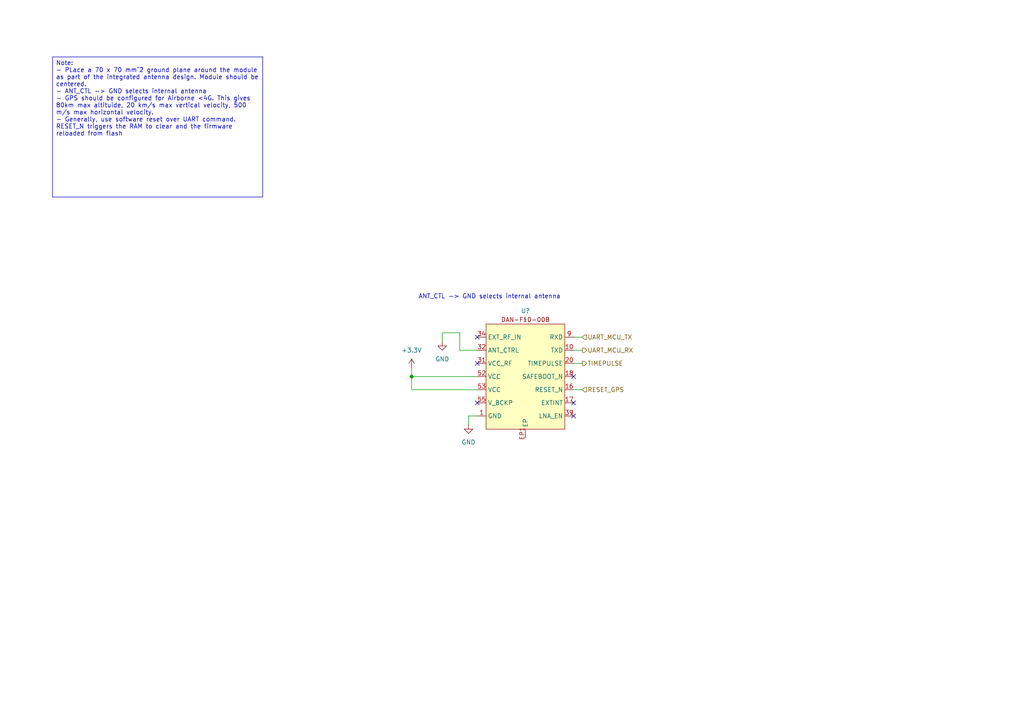
<source format=kicad_sch>
(kicad_sch (version 20250114) (generator "eeschema") (generator_version "9.0")
  (paper "A4")
  (title_block (title "Dual-band GNSS Antenna Module") (date "2025-08-19") (rev "1") (company "Brian Glen"))
  (lib_symbols
    (symbol "power:+3.3V" (power) (pin_numbers (hide yes)) (pin_names (offset 0) (hide yes))
      (property "Value" "+3.3V" (at 0 3.556 0))
      (symbol "+3.3V_0_1"
        (polyline (pts (xy -0.762 1.27) (xy 0 2.54)))
        (polyline (pts (xy 0 2.54) (xy 0.762 1.27)))
        (polyline (pts (xy 0 0) (xy 0 2.54)))
      )
      (symbol "+3.3V_1_1"
        (pin power_in line (at 0 0 90) (length 0) (name "~") (number "1"))
      )
    )
    (symbol "power:GND" (power) (pin_numbers (hide yes)) (pin_names (offset 0) (hide yes))
      (property "Value" "GND" (at 0 -3.81 0))
      (symbol "GND_0_1"
        (polyline (pts (xy 0 0) (xy 0 -1.27) (xy 1.27 -1.27) (xy 0 -2.54) (xy -1.27 -1.27) (xy 0 -1.27)))
      )
      (symbol "GND_1_1"
        (pin power_in line (at 0 0 270) (length 0) (name "~") (number "1"))
      )
    )
    (symbol "rocket_datalogger:DAN-F10N-00B"
      (property "Reference" "U" (at 9.144 -17.78 0))
      (property "Value" "DAN-F10N-00B" (at 0 0 0))
      (symbol "DAN-F10N-00B_0_0"
        (pin input line (at -13.97 10.16 0) (length 2.54) (name "EXT_RF_IN") (number "34"))
        (pin input line (at -13.97 6.35 0) (length 2.54) (name "ANT_CTRL") (number "32"))
        (pin output line (at -13.97 2.54 0) (length 2.54) (name "VCC_RF") (number "31"))
        (pin power_in line (at -13.97 -1.27 0) (length 2.54) (name "VCC") (number "52"))
        (pin power_in line (at -13.97 -5.08 0) (length 2.54) (name "VCC") (number "53"))
        (pin power_in line (at -13.97 -8.89 0) (length 2.54) (name "V_BCKP") (number "55"))
        (pin input line (at -13.97 -12.7 0) (length 2.54) (name "GND") (number "1"))
        (pin input line (at 13.97 10.16 180) (length 2.54) (name "RXD") (number "9"))
        (pin open_emitter line (at 13.97 6.35 180) (length 2.54) (name "TXD") (number "10"))
        (pin output line (at 13.97 2.54 180) (length 2.54) (name "TIMEPULSE") (number "20"))
        (pin input line (at 13.97 -1.27 180) (length 2.54) (name "SAFEBOOT_N") (number "18"))
        (pin tri_state line (at 13.97 -5.08 180) (length 2.54) (name "RESET_N") (number "16"))
        (pin input line (at 13.97 -8.89 180) (length 2.54) (name "EXTINT") (number "17"))
        (pin output line (at 13.97 -12.7 180) (length 2.54) (name "LNA_EN") (number "39"))
      )
      (symbol "DAN-F10N-00B_1_0"
        (pin no_connect line (at -7.62 16.51 270) (length 2.54) (hide yes) (name "NC") (number "11"))
        (pin no_connect line (at -5.08 16.51 270) (length 2.54) (hide yes) (name "NC") (number "12"))
        (pin no_connect line (at -2.54 16.51 270) (length 2.54) (hide yes) (name "NC") (number "24"))
        (pin no_connect line (at 0 16.51 270) (length 2.54) (hide yes) (name "NC") (number "25"))
        (pin unspecified line (at 0 -19.05 90) (length 2.54) (name "EP") (number "EP1"))
        (pin unspecified line (at 2.54 16.51 270) (length 2.54) (hide yes) (name "NC") (number "36"))
        (pin no_connect line (at 5.08 16.51 270) (length 2.54) (hide yes) (name "NC") (number "45"))
        (pin no_connect line (at 7.62 16.51 270) (length 2.54) (hide yes) (name "NC") (number "46"))
      )
      (symbol "DAN-F10N-00B_1_1"
        (rectangle (start -11.43 13.97) (end 11.43 -16.51) (fill (type background)))
        (text "DAN-F10-00B" (at 0 15.24 0) (effects (font (size 1.27 1.27))))
      )
    )
  )
  (text "ANT_CTL -> GND selects internal antenna" (at 141.986 86.106 0) (effects (font (size 1.27 1.27))))
  (text_box "Note:\n- PLace a 70 x 70 mm^2 ground plane around the module as part of the integrated antenna design. Module should be centered.\n- ANT_CTL -> GND selects internal antenna\n- GPS should be configured for Airborne <4G. This gives 80km max altituide, 20 km/s max vertical velocity, 500 m/s max horizontal velocity.\n- Generally, use software reset over UART command. RESET_N triggers the RAM to clear and the firmware reloaded from flash" (at 15.24 16.51 0) (size 60.96 40.64) (margins 0.9525 0.9525 0.9525 0.9525) (effects (font (size 1.27 1.27)) (justify left top)))
  (junction (at 119.38 109.22))
  (no_connect (at 166.37 109.22))
  (no_connect (at 138.43 97.79))
  (no_connect (at 166.37 116.84))
  (no_connect (at 138.43 105.41))
  (no_connect (at 138.43 116.84))
  (no_connect (at 166.37 120.65))
  (wire (pts (xy 135.89 123.19) (xy 135.89 120.65)))
  (wire (pts (xy 166.37 105.41) (xy 168.91 105.41)))
  (wire (pts (xy 138.43 113.03) (xy 119.38 113.03)))
  (wire (pts (xy 133.35 101.6) (xy 138.43 101.6)))
  (wire (pts (xy 128.27 99.06) (xy 128.27 96.52)))
  (wire (pts (xy 135.89 120.65) (xy 138.43 120.65)))
  (wire (pts (xy 119.38 109.22) (xy 138.43 109.22)))
  (wire (pts (xy 133.35 96.52) (xy 133.35 101.6)))
  (wire (pts (xy 166.37 101.6) (xy 168.91 101.6)))
  (wire (pts (xy 128.27 96.52) (xy 133.35 96.52)))
  (wire (pts (xy 119.38 113.03) (xy 119.38 109.22)))
  (wire (pts (xy 166.37 97.79) (xy 168.91 97.79)))
  (wire (pts (xy 166.37 113.03) (xy 168.91 113.03)))
  (wire (pts (xy 119.38 109.22) (xy 119.38 106.68)))
  (hierarchical_label "UART_MCU_TX" (shape input) (at 168.91 97.79 0))
  (hierarchical_label "TIMEPULSE" (shape output) (at 168.91 105.41 0))
  (hierarchical_label "RESET_GPS" (shape input) (at 168.91 113.03 0))
  (hierarchical_label "UART_MCU_RX" (shape output) (at 168.91 101.6 0))
  (symbol (lib_id "power:GND") (at 128.27 99.06 0) (unit 1)
    (property "Reference" "#PWR?" (effects (hide yes)))
    (property "Value" "GND" (at 128.27 104.14 0))
    (property "Description" "Power symbol creates a global label with name \"GND\" , ground" (effects (hide yes)))
  )
  (symbol (lib_id "power:+3.3V") (at 119.38 106.68 0) (unit 1)
    (property "Reference" "#PWR?" (effects (hide yes)))
    (property "Value" "+3.3V" (at 119.38 101.6 0))
    (property "Description" "Power symbol creates a global label with name \"+3.3V\"" (effects (hide yes)))
  )
  (symbol (lib_id "rocket_datalogger:DAN-F10N-00B") (at 152.4 107.95 0) (unit 1)
    (property "Reference" "U?" (at 152.4 90.17 0))
    (property "Value" "~" (at 152.4 92.71 0))
    (property "Footprint" "rocket_datalogger:DAN-F10-00B" (effects (hide yes)))
  )
  (symbol (lib_id "power:GND") (at 135.89 123.19 0) (unit 1)
    (property "Reference" "#PWR?" (effects (hide yes)))
    (property "Value" "GND" (at 135.89 128.27 0))
    (property "Description" "Power symbol creates a global label with name \"GND\" , ground" (effects (hide yes)))
  )
)
</source>
